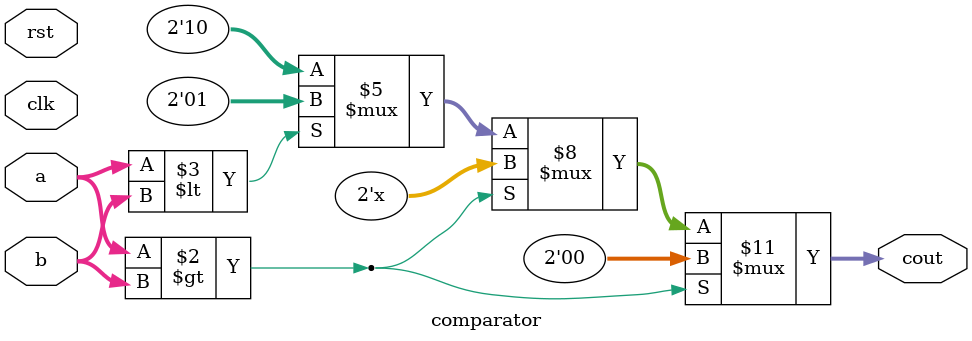
<source format=v>
module comparator (
    input rst,clk,
    input [7:0] a,
    input [7:0] b,
    output reg [1:0] cout
);
    always @(*) begin
        if (a > b)
            cout = 2'b00;
        else if (a < b)
            cout = 2'b01;
        else
            cout = 2'b10;
    end
endmodule

</source>
